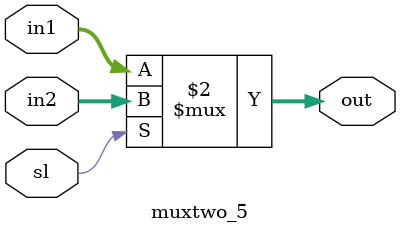
<source format=v>
module muxtwo_5(in1,in2,sl,out);
	input[4:0] in1;
	input[4:0] in2;
	input sl;
	output[4:0] out;

	assign out=(sl==0)?in1:in2;

endmodule
</source>
